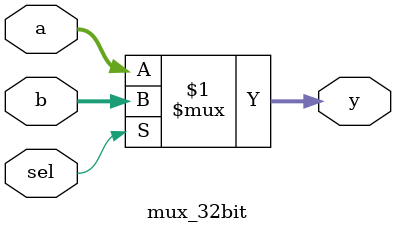
<source format=v>
`timescale 1ns / 1ps

module mux_32bit(
    input wire [31:0] a,     
    input wire [31:0] b,     
    input wire sel,         
    output wire [31:0] y     
);
    assign y = sel ? b : a; 
endmodule

</source>
